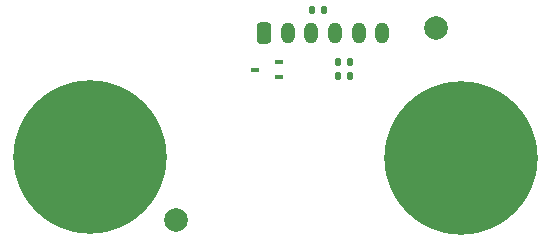
<source format=gbr>
%TF.GenerationSoftware,KiCad,Pcbnew,(6.0.8)*%
%TF.CreationDate,2023-11-18T01:52:55+01:00*%
%TF.ProjectId,BTS50005-1LUA_TestBoard,42545335-3030-4303-952d-314c55415f54,rev?*%
%TF.SameCoordinates,Original*%
%TF.FileFunction,Soldermask,Bot*%
%TF.FilePolarity,Negative*%
%FSLAX46Y46*%
G04 Gerber Fmt 4.6, Leading zero omitted, Abs format (unit mm)*
G04 Created by KiCad (PCBNEW (6.0.8)) date 2023-11-18 01:52:55*
%MOMM*%
%LPD*%
G01*
G04 APERTURE LIST*
G04 Aperture macros list*
%AMRoundRect*
0 Rectangle with rounded corners*
0 $1 Rounding radius*
0 $2 $3 $4 $5 $6 $7 $8 $9 X,Y pos of 4 corners*
0 Add a 4 corners polygon primitive as box body*
4,1,4,$2,$3,$4,$5,$6,$7,$8,$9,$2,$3,0*
0 Add four circle primitives for the rounded corners*
1,1,$1+$1,$2,$3*
1,1,$1+$1,$4,$5*
1,1,$1+$1,$6,$7*
1,1,$1+$1,$8,$9*
0 Add four rect primitives between the rounded corners*
20,1,$1+$1,$2,$3,$4,$5,0*
20,1,$1+$1,$4,$5,$6,$7,0*
20,1,$1+$1,$6,$7,$8,$9,0*
20,1,$1+$1,$8,$9,$2,$3,0*%
G04 Aperture macros list end*
%ADD10RoundRect,0.135000X-0.135000X-0.185000X0.135000X-0.185000X0.135000X0.185000X-0.135000X0.185000X0*%
%ADD11RoundRect,0.135000X0.135000X0.185000X-0.135000X0.185000X-0.135000X-0.185000X0.135000X-0.185000X0*%
%ADD12RoundRect,0.140000X-0.140000X-0.170000X0.140000X-0.170000X0.140000X0.170000X-0.140000X0.170000X0*%
%ADD13RoundRect,0.250000X-0.350000X-0.650000X0.350000X-0.650000X0.350000X0.650000X-0.350000X0.650000X0*%
%ADD14O,1.200000X1.800000*%
%ADD15C,2.000000*%
%ADD16C,0.900000*%
%ADD17C,13.000000*%
%ADD18R,0.700000X0.450000*%
G04 APERTURE END LIST*
D10*
%TO.C,R5*%
X126544800Y-35814000D03*
X125524800Y-35814000D03*
%TD*%
D11*
%TO.C,R4*%
X125522800Y-34594800D03*
X126542800Y-34594800D03*
%TD*%
D12*
%TO.C,C4*%
X124279600Y-30175200D03*
X123319600Y-30175200D03*
%TD*%
D13*
%TO.C,J1*%
X119250000Y-32175000D03*
D14*
X121250000Y-32175000D03*
X123250000Y-32175000D03*
X125250000Y-32175000D03*
X127250000Y-32175000D03*
X129250000Y-32175000D03*
%TD*%
D15*
%TO.C,TP2*%
X111750000Y-48000000D03*
%TD*%
D16*
%TO.C,H1*%
X135890000Y-37825000D03*
X131015000Y-42700000D03*
D17*
X135890000Y-42700000D03*
D16*
X139337146Y-46147146D03*
X139337146Y-39252854D03*
X135890000Y-47575000D03*
X132442854Y-46147146D03*
X132442854Y-39252854D03*
X140765000Y-42700000D03*
%TD*%
D15*
%TO.C,TP1*%
X133800000Y-31700000D03*
%TD*%
D16*
%TO.C,H2*%
X109375000Y-42670000D03*
D17*
X104500000Y-42670000D03*
D16*
X107947146Y-46117146D03*
X107947146Y-39222854D03*
X101052854Y-39222854D03*
X104500000Y-37795000D03*
X101052854Y-46117146D03*
X104500000Y-47545000D03*
X99625000Y-42670000D03*
%TD*%
D18*
%TO.C,D1*%
X120500000Y-34600000D03*
X120500000Y-35900000D03*
X118500000Y-35250000D03*
%TD*%
M02*

</source>
